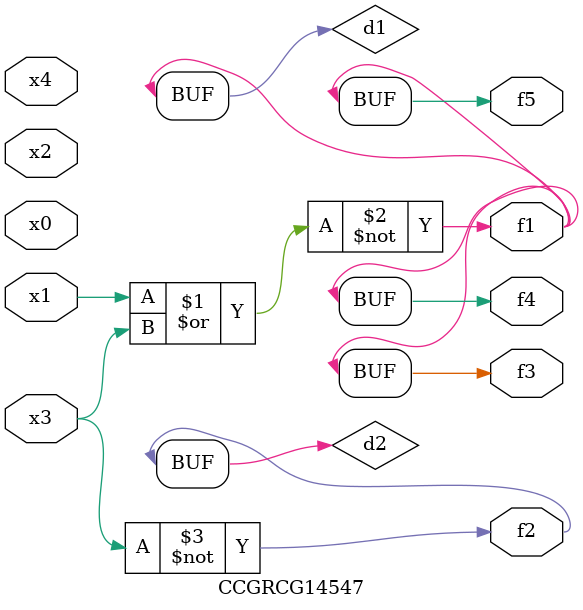
<source format=v>
module CCGRCG14547(
	input x0, x1, x2, x3, x4,
	output f1, f2, f3, f4, f5
);

	wire d1, d2;

	nor (d1, x1, x3);
	not (d2, x3);
	assign f1 = d1;
	assign f2 = d2;
	assign f3 = d1;
	assign f4 = d1;
	assign f5 = d1;
endmodule

</source>
